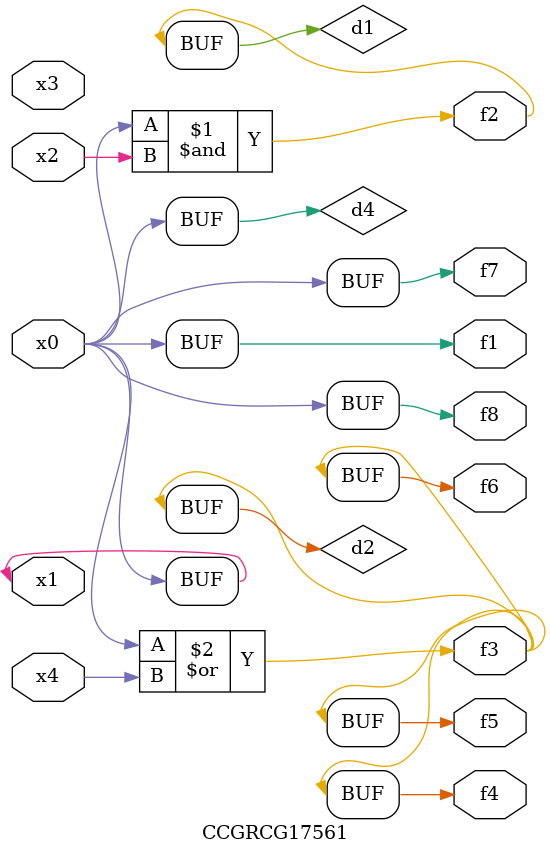
<source format=v>
module CCGRCG17561(
	input x0, x1, x2, x3, x4,
	output f1, f2, f3, f4, f5, f6, f7, f8
);

	wire d1, d2, d3, d4;

	and (d1, x0, x2);
	or (d2, x0, x4);
	nand (d3, x0, x2);
	buf (d4, x0, x1);
	assign f1 = d4;
	assign f2 = d1;
	assign f3 = d2;
	assign f4 = d2;
	assign f5 = d2;
	assign f6 = d2;
	assign f7 = d4;
	assign f8 = d4;
endmodule

</source>
